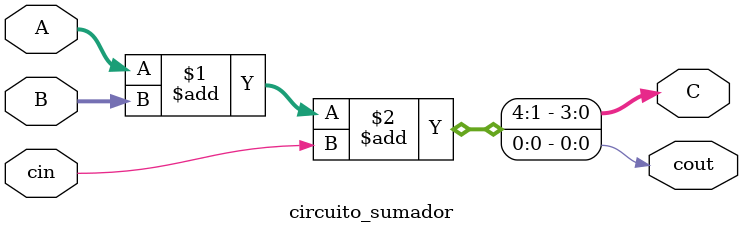
<source format=sv>
`timescale 1ns / 1ps


module circuito_sumador(
     input logic [3:0] A, B,
     input logic cin,
     output logic [3:0] C, 
     output logic cout
      );
     assign {C,cout} = A+B+cin;    
endmodule


</source>
